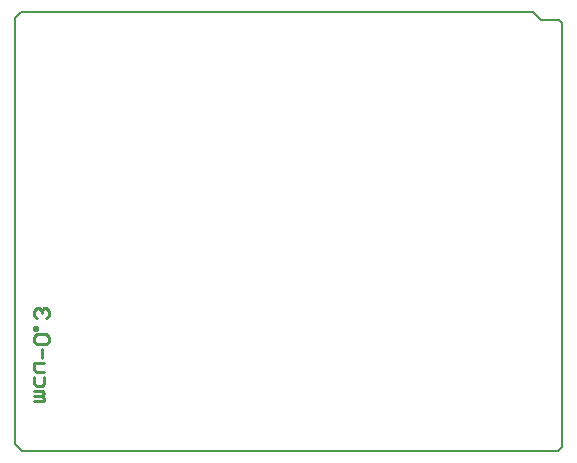
<source format=gbo>
G04*
G04 #@! TF.GenerationSoftware,Altium Limited,Altium Designer,20.2.7 (254)*
G04*
G04 Layer_Color=57008*
%FSLAX25Y25*%
%MOIN*%
G70*
G04*
G04 #@! TF.SameCoordinates,F5A320DA-4617-40ED-AC03-DE83B6EED483*
G04*
G04*
G04 #@! TF.FilePolarity,Positive*
G04*
G01*
G75*
%ADD11C,0.00787*%
%ADD12C,0.01000*%
D11*
X181890Y143898D02*
X182773Y143015D01*
X181424Y398D02*
X182773Y1746D01*
X2634Y398D02*
X181424Y398D01*
X394Y144734D02*
X2314Y146653D01*
X394Y144734D02*
X394Y2638D01*
X182773Y143015D02*
X182773Y1746D01*
X394Y2638D02*
X2634Y398D01*
X175886Y143898D02*
X181890D01*
X173130Y146653D02*
X175886Y143898D01*
X2314Y146653D02*
X173130D01*
D12*
X6905Y17142D02*
X10054D01*
Y17929D01*
X9267Y18716D01*
X6905D01*
X9267D01*
X10054Y19503D01*
X9267Y20290D01*
X6905D01*
X10054Y25013D02*
Y22652D01*
X9267Y21865D01*
X7693D01*
X6905Y22652D01*
Y25013D01*
X10054Y26588D02*
X7693D01*
X6905Y27375D01*
Y29736D01*
X10054D01*
X9267Y31310D02*
Y34459D01*
X10841Y36033D02*
X11628Y36820D01*
Y38395D01*
X10841Y39182D01*
X7693D01*
X6905Y38395D01*
Y36820D01*
X7693Y36033D01*
X10841D01*
X6905Y40756D02*
X7693D01*
Y41543D01*
X6905D01*
Y40756D01*
X10841Y44692D02*
X11628Y45479D01*
Y47053D01*
X10841Y47840D01*
X10054D01*
X9267Y47053D01*
Y46266D01*
Y47053D01*
X8480Y47840D01*
X7693D01*
X6905Y47053D01*
Y45479D01*
X7693Y44692D01*
M02*

</source>
